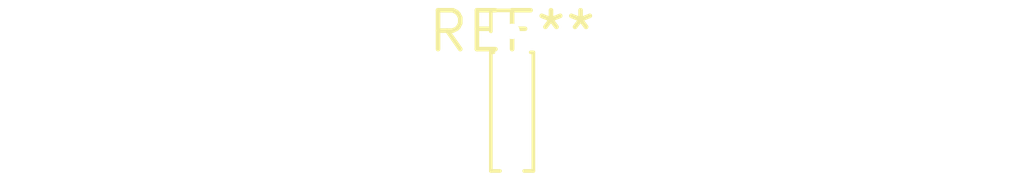
<source format=kicad_pcb>
(kicad_pcb (version 20240108) (generator pcbnew)
  (layers (0 "F.Cu" signal) (31 "B.Cu" signal) (34 "B.Paste" user) (35 "F.Paste" user) (36 "B.SilkS" user "B.Silkscreen") (37 "F.SilkS" user "F.Silkscreen") (38 "B.Mask" user) (39 "F.Mask" user) (44 "Edge.Cuts" user))
  (net 0 "")
  (footprint "PinHeader_1x05_P1.00mm_Vertical" (layer "F.Cu") (at 0 0)
    (property "Reference" "REF**")
    (property "Value" "PinHeader_1x05_P1.00mm_Vertical")
    (fp_line (start -0.695 -0.685) (end 0 -0.685) (layer "F.SilkS") (stroke (width 0.12)))
    (fp_line (start -0.695 0) (end -0.695 -0.685) (layer "F.SilkS") (stroke (width 0.12)))
    (fp_line (start -0.695 0.685) (end -0.695 4.56) (layer "F.SilkS") (stroke (width 0.12)))
    (fp_line (start -0.695 0.685) (end -0.608276 0.685) (layer "F.SilkS") (stroke (width 0.12)))
    (fp_line (start -0.695 4.56) (end -0.394493 4.56) (layer "F.SilkS") (stroke (width 0.12)))
    (fp_line (start 0.394493 4.56) (end 0.695 4.56) (layer "F.SilkS") (stroke (width 0.12)))
    (fp_line (start 0.608276 0.685) (end 0.695 0.685) (layer "F.SilkS") (stroke (width 0.12)))
    (fp_line (start 0.695 0.685) (end 0.695 4.56) (layer "F.SilkS") (stroke (width 0.12)))
    (pad "1" thru_hole rect (at 0 0) (size 0.85 0.85) (drill 0.5) (layers *.Cu *.Mask) (remove_unused_layers))
    (pad "2" thru_hole oval (at 0 1) (size 0.85 0.85) (drill 0.5) (layers *.Cu *.Mask) (remove_unused_layers))
    (pad "3" thru_hole oval (at 0 2) (size 0.85 0.85) (drill 0.5) (layers *.Cu *.Mask) (remove_unused_layers))
    (pad "4" thru_hole oval (at 0 3) (size 0.85 0.85) (drill 0.5) (layers *.Cu *.Mask) (remove_unused_layers))
    (pad "5" thru_hole oval (at 0 4) (size 0.85 0.85) (drill 0.5) (layers *.Cu *.Mask) (remove_unused_layers))
  )
)
</source>
